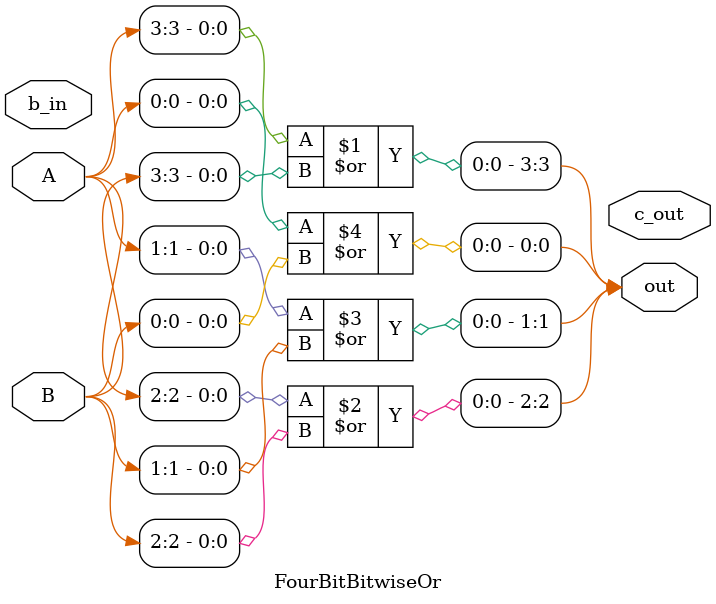
<source format=v>
`timescale 1ns / 1ps


module FourBitBitwiseOr(
        input [3:0] A, 
        input [3:0] B, 
        input b_in, 
        output [3:0] out, 
        output c_out
    );
    
    assign out[3] = A[3] | B[3]; 
    assign out[2] = A[2] | B[2]; 
    assign out[1] = A[1] | B[1]; 
    assign out[0] = A[0] | B[0]; 
endmodule
</source>
